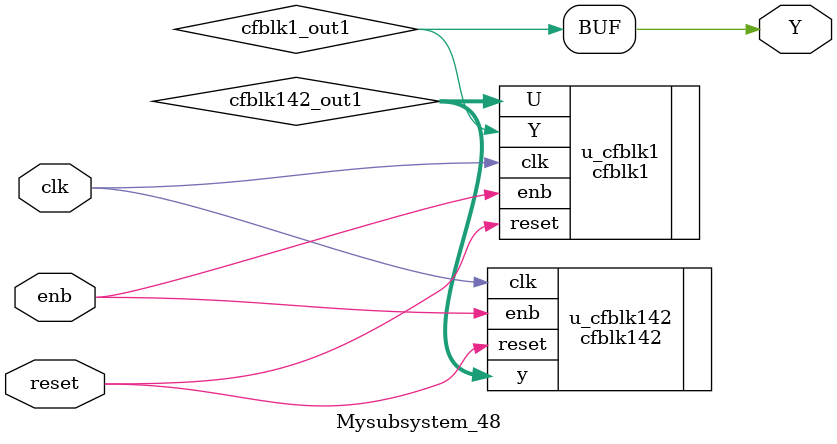
<source format=v>



`timescale 1 ns / 1 ns

module Mysubsystem_48
          (clk,
           reset,
           enb,
           Y);


  input   clk;
  input   reset;
  input   enb;
  output  Y;


  wire [7:0] cfblk142_out1;  // uint8
  wire cfblk1_out1;


  cfblk142 u_cfblk142 (.clk(clk),
                       .reset(reset),
                       .enb(enb),
                       .y(cfblk142_out1)  // uint8
                       );

  cfblk1 u_cfblk1 (.clk(clk),
                   .reset(reset),
                   .enb(enb),
                   .U(cfblk142_out1),  // uint8
                   .Y(cfblk1_out1)
                   );

  assign Y = cfblk1_out1;

endmodule  // Mysubsystem_48


</source>
